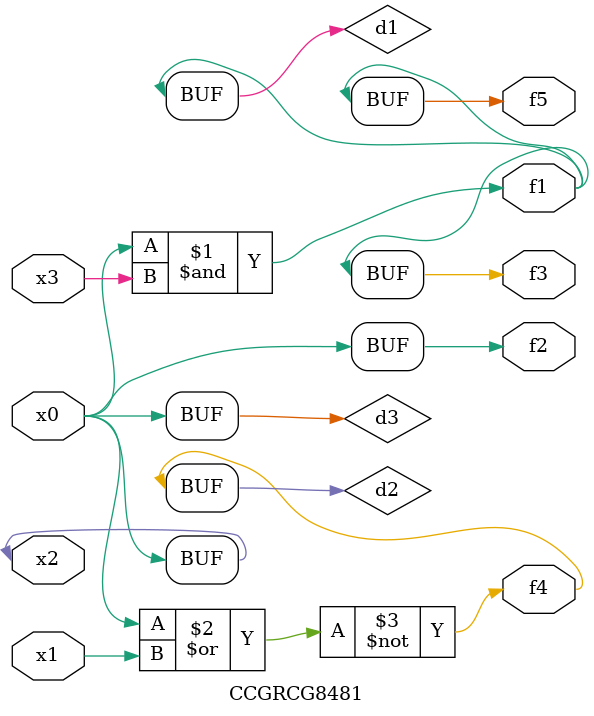
<source format=v>
module CCGRCG8481(
	input x0, x1, x2, x3,
	output f1, f2, f3, f4, f5
);

	wire d1, d2, d3;

	and (d1, x2, x3);
	nor (d2, x0, x1);
	buf (d3, x0, x2);
	assign f1 = d1;
	assign f2 = d3;
	assign f3 = d1;
	assign f4 = d2;
	assign f5 = d1;
endmodule

</source>
